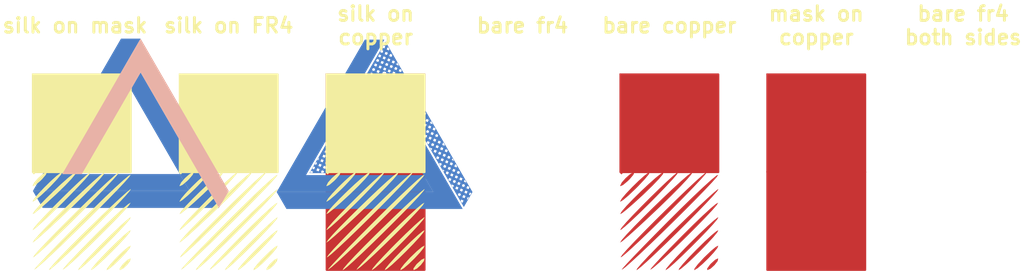
<source format=kicad_pcb>
(kicad_pcb (version 20211014) (generator pcbnew)
  (layers (0 "F.Cu" signal) (31 "B.Cu" signal) (34 "B.Paste" user) (35 "F.Paste" user) (36 "B.SilkS" user "B.Silkscreen") (37 "F.SilkS" user "F.Silkscreen") (38 "B.Mask" user) (39 "F.Mask" user) (44 "Edge.Cuts" user))
  (net 0 "")
  (footprint "LOGO" (layer "F.Cu") (at 205 95)
    (fp_text reference "G***" hide)
    (fp_text value "LOGO" hide)
  )
  (footprint "LOGO" (layer "F.Cu") (at 145 95)
    (fp_text reference "G***" hide)
    (fp_text value "LOGO" hide)
    (fp_poly (pts (xy 4.885012 1.171121) (xy 4.474209 1.666249) (xy 3.858391 2.334398) (xy 3.129687 3.082859) (xy 2.380228 3.81892) (xy 1.702145 4.449871) (xy 1.187568 4.883002) (xy 0.938871 5.027083) (xy 1.005892 4.854277) (xy 1.38742 4.384781) (xy 2.019724 3.691978) (xy 2.770227 2.918361) (xy 3.615315 2.090291) (xy 4.321838 1.439335) (xy 4.810623 1.035721) (xy 4.998669 0.941725)) (layer "F.SilkS") (width 0) (fill solid))
    (fp_poly (pts (xy -3.575678 -4.986789) (xy -3.664926 -4.743438) (xy -4.04498 -4.289422) (xy -4.236093 -4.098398) (xy -4.717164 -3.693127) (xy -4.99765 -3.564445) (xy -5.027083 -3.608545) (xy -4.862826 -3.941568) (xy -4.475746 -4.384488) (xy -4.024384 -4.786755) (xy -3.66728 -4.997821)) (layer "F.SilkS") (width 0) (fill solid))
    (fp_poly (pts (xy 0.775809 -4.779811) (xy 0.324536 -4.253846) (xy -0.385829 -3.487619) (xy -1.295672 -2.545997) (xy -1.993254 -1.84323) (xy -3.007247 -0.847414) (xy -3.877341 -0.022113) (xy -4.542105 0.576774) (xy -4.940105 0.893353) (xy -5.027083 0.917213) (xy -4.852595 0.646597) (xy -4.380332 0.101546) (xy -3.687103 -0.64136) (xy -2.849713 -1.505543) (xy -1.94497 -2.414423) (xy -1.04968 -3.291422) (xy -0.24065 -4.05996) (xy 0.405314 -4.64346) (xy 0.811405 -4.965342) (xy 0.908381 -5.000647)) (layer "F.SilkS") (width 0) (fill solid))
    (fp_poly (pts (xy 4.991452 -4.737103) (xy 4.833084 -4.494346) (xy 4.351348 -3.948005) (xy 3.607207 -3.158239) (xy 2.661625 -2.185201) (xy 1.575567 -1.089049) (xy 0.409997 0.070062) (xy -0.774122 1.231975) (xy -1.915826 2.336536) (xy -2.95415 3.323587) (xy -3.82813 4.132973) (xy -4.476802 4.704539) (xy -4.839203 4.978127) (xy -4.866547 4.990229) (xy -4.766452 4.83717) (xy -4.336457 4.357257) (xy -3.62128 3.597374) (xy -2.665638 2.604405) (xy -1.514249 1.425233) (xy -0.211831 0.106743) (xy -0.132945 0.027331) (xy 1.193223 -1.293377) (xy 2.395392 -2.464033) (xy 3.424853 -3.439347) (xy 4.232892 -4.17403) (xy 4.7708 -4.622792) (xy 4.989866 -4.740344)) (layer "F.SilkS") (width 0) (fill solid))
    (fp_poly (pts (xy -2.11147 -4.764798) (xy -2.528536 -4.261168) (xy -3.169467 -3.578716) (xy -3.446503 -3.300445) (xy -4.158471 -2.624531) (xy -4.703942 -2.161175) (xy -4.998461 -1.979774) (xy -5.027083 -2.001696) (xy -4.857195 -2.300014) (xy -4.419465 -2.817805) (xy -3.821798 -3.448394) (xy -3.172101 -4.085102) (xy -2.578277 -4.621254) (xy -2.148231 -4.950174) (xy -1.99784 -4.996451)) (layer "F.SilkS") (width 0) (fill solid))
    (fp_poly (pts (xy 4.982407 3.835879) (xy 4.930865 4.098147) (xy 4.620274 4.502038) (xy 4.214131 4.870626) (xy 3.881622 5.027083) (xy 3.857621 4.86452) (xy 4.144107 4.463716) (xy 4.232353 4.366668) (xy 4.679161 3.959626) (xy 4.963296 3.825319)) (layer "F.SilkS") (width 0) (fill solid))
    (fp_poly (pts (xy 2.25545 -4.790805) (xy 1.828511 -4.28318) (xy 1.119458 -3.525837) (xy 0.18072 -2.574381) (xy -0.935274 -1.48442) (xy -1.193666 -1.237008) (xy -2.354529 -0.139793) (xy -3.374142 0.803909) (xy -4.195784 1.54326) (xy -4.762738 2.027423) (xy -5.018284 2.205561) (xy -5.027083 2.198899) (xy -4.846854 1.921013) (xy -4.353888 1.359628) (xy -3.619772 0.584556) (xy -2.716091 -0.334395) (xy -1.714431 -1.327414) (xy -0.686378 -2.324691) (xy 0.296482 -3.256415) (xy 1.162565 -4.052777) (xy 1.840283 -4.643967) (xy 2.258053 -4.960175) (xy 2.347846 -4.993107)) (layer "F.SilkS") (width 0) (fill solid))
    (fp_poly (pts (xy 3.677912 -4.784397) (xy 3.206786 -4.252226) (xy 2.457611 -3.454101) (xy 1.480153 -2.442418) (xy 0.324176 -1.269574) (xy -0.560909 -0.384398) (xy -1.806357 0.84206) (xy -2.912715 1.908354) (xy -3.83067 2.768876) (xy -4.510911 3.37802) (xy -4.904124 3.690175) (xy -4.981557 3.704167) (xy -4.778725 3.417006) (xy -4.267856 2.841594) (xy -3.512441 2.040698) (xy -2.575972 1.077084) (xy -1.52194 0.013519) (xy -0.413834 -1.08723) (xy 0.684853 -2.162397) (xy 1.710632 -3.149215) (xy 2.600011 -3.984917) (xy 3.289499 -4.606736) (xy 3.715606 -4.951906) (xy 3.821225 -4.998219)) (layer "F.SilkS") (width 0) (fill solid))
    (fp_poly (pts (xy 4.99463 2.525186) (xy 4.900406 2.764972) (xy 4.524962 3.23421) (xy 3.985319 3.813891) (xy 3.398493 4.385008) (xy 2.881505 4.828553) (xy 2.551373 5.025517) (xy 2.534545 5.027083) (xy 2.571144 4.858149) (xy 2.915065 4.412896) (xy 3.493998 3.783649) (xy 3.565869 3.710264) (xy 4.222954 3.077931) (xy 4.731722 2.652918) (xy 4.988639 2.521101)) (layer "F.SilkS") (width 0) (fill solid))
    (fp_poly (pts (xy 4.877423 -0.155228) (xy 4.449126 0.350969) (xy 3.795536 1.058453) (xy 2.996862 1.886729) (xy 2.133311 2.7553) (xy 1.285092 3.583672) (xy 0.532412 4.291348) (xy -0.04452 4.797833) (xy -0.365496 5.02263) (xy -0.387184 5.027083) (xy -0.305404 4.852362) (xy 0.095973 4.371024) (xy 0.759071 3.647305) (xy 1.626014 2.745442) (xy 2.108021 2.257634) (xy 3.083658 1.295542) (xy 3.926027 0.496769) (xy 4.566973 -0.076537) (xy 4.938344 -0.362233) (xy 5.00022 -0.379641)) (layer "F.SilkS") (width 0) (fill solid))
    (fp_poly (pts (xy 4.979183 -1.863492) (xy 4.824659 -1.615077) (xy 4.356543 -1.077352) (xy 3.647736 -0.32245) (xy 2.771136 0.577494) (xy 1.799643 1.550347) (xy 0.806157 2.523975) (xy -0.136421 3.426244) (xy -0.955193 4.185021) (xy -1.577258 4.728172) (xy -1.929718 4.983563) (xy -1.947712 4.99062) (xy -1.865934 4.843889) (xy -1.46053 4.378534) (xy -0.782681 3.649476) (xy 0.11643 2.711635) (xy 1.185619 1.619932) (xy 1.321996 1.48213) (xy 2.430558 0.380231) (xy 3.407916 -0.558843) (xy 4.196239 -1.282186) (xy 4.737691 -1.736892) (xy 4.974441 -1.870054)) (layer "F.SilkS") (width 0) (fill solid))
    (fp_poly (pts (xy 4.881722 -3.055304) (xy 4.429752 -2.536536) (xy 3.723504 -1.782585) (xy 2.827927 -0.857813) (xy 1.807968 0.173417) (xy 0.728575 1.246745) (xy -0.345302 2.297809) (xy -1.348716 3.262247) (xy -2.216719 4.075697) (xy -2.884362 4.673798) (xy -3.286698 4.992187) (xy -3.3628 5.027083) (xy -3.277282 4.851959) (xy -2.859286 4.360831) (xy -2.157199 3.605067) (xy -1.219406 2.636035) (xy -0.094291 1.505102) (xy 0.602748 0.817082) (xy 1.835635 -0.382348) (xy 2.940566 -1.438428) (xy 3.863006 -2.30058) (xy 4.54842 -2.918226) (xy 4.942272 -3.240789) (xy 5.014466 -3.274529)) (layer "F.SilkS") (width 0) (fill solid))
    (fp_poly (pts (xy -0.584152 -4.992501) (xy -0.661591 -4.787343) (xy -1.066657 -4.298623) (xy -1.734578 -3.597796) (xy -2.600578 -2.756316) (xy -2.672276 -2.688995) (xy -3.57016 -1.865221) (xy -4.31029 -1.219111) (xy -4.819815 -0.811863) (xy -5.025889 -0.704672) (xy -5.027083 -0.710827) (xy -4.84797 -1.008242) (xy -4.373311 -1.554824) (xy -3.697132 -2.259962) (xy -2.913458 -3.033043) (xy -2.116315 -3.783455) (xy -1.399725 -4.420587) (xy -0.857715 -4.853825) (xy -0.584309 -4.992558)) (layer "F.SilkS") (width 0) (fill solid))
    (fp_poly (pts (xy -4.7625 -4.894792) (xy -4.894792 -4.7625) (xy -5.027083 -4.894792) (xy -4.894792 -5.027083)) (layer "F.SilkS") (width 0) (fill solid))
  )
  (footprint "LOGO" (layer "F.Cu") (at 190 95)
    (fp_text reference "G***" hide)
    (fp_text value "LOGO" hide)
  )
  (footprint "LOGO" (layer "F.Cu") (at 175 95)
    (fp_text reference "G***" hide)
    (fp_text value "LOGO" hide)
    (fp_poly (pts (xy 4.881722 -3.055304) (xy 4.429752 -2.536536) (xy 3.723504 -1.782585) (xy 2.827927 -0.857813) (xy 1.807968 0.173417) (xy 0.728575 1.246745) (xy -0.345302 2.297809) (xy -1.348716 3.262247) (xy -2.216719 4.075697) (xy -2.884362 4.673798) (xy -3.286698 4.992187) (xy -3.3628 5.027083) (xy -3.277282 4.851959) (xy -2.859286 4.360831) (xy -2.157199 3.605067) (xy -1.219406 2.636035) (xy -0.094291 1.505102) (xy 0.602748 0.817082) (xy 1.835635 -0.382348) (xy 2.940566 -1.438428) (xy 3.863006 -2.30058) (xy 4.54842 -2.918226) (xy 4.942272 -3.240789) (xy 5.014466 -3.274529)) (layer "F.Cu") (width 0) (fill solid))
    (fp_poly (pts (xy 0.775809 -4.779811) (xy 0.324536 -4.253846) (xy -0.385829 -3.487619) (xy -1.295672 -2.545997) (xy -1.993254 -1.84323) (xy -3.007247 -0.847414) (xy -3.877341 -0.022113) (xy -4.542105 0.576774) (xy -4.940105 0.893353) (xy -5.027083 0.917213) (xy -4.852595 0.646597) (xy -4.380332 0.101546) (xy -3.687103 -0.64136) (xy -2.849713 -1.505543) (xy -1.94497 -2.414423) (xy -1.04968 -3.291422) (xy -0.24065 -4.05996) (xy 0.405314 -4.64346) (xy 0.811405 -4.965342) (xy 0.908381 -5.000647)) (layer "F.Cu") (width 0) (fill solid))
    (fp_poly (pts (xy 4.99463 2.525186) (xy 4.900406 2.764972) (xy 4.524962 3.23421) (xy 3.985319 3.813891) (xy 3.398493 4.385008) (xy 2.881505 4.828553) (xy 2.551373 5.025517) (xy 2.534545 5.027083) (xy 2.571144 4.858149) (xy 2.915065 4.412896) (xy 3.493998 3.783649) (xy 3.565869 3.710264) (xy 4.222954 3.077931) (xy 4.731722 2.652918) (xy 4.988639 2.521101)) (layer "F.Cu") (width 0) (fill solid))
    (fp_poly (pts (xy 4.991452 -4.737103) (xy 4.833084 -4.494346) (xy 4.351348 -3.948005) (xy 3.607207 -3.158239) (xy 2.661625 -2.185201) (xy 1.575567 -1.089049) (xy 0.409997 0.070062) (xy -0.774122 1.231975) (xy -1.915826 2.336536) (xy -2.95415 3.323587) (xy -3.82813 4.132973) (xy -4.476802 4.704539) (xy -4.839203 4.978127) (xy -4.866547 4.990229) (xy -4.766452 4.83717) (xy -4.336457 4.357257) (xy -3.62128 3.597374) (xy -2.665638 2.604405) (xy -1.514249 1.425233) (xy -0.211831 0.106743) (xy -0.132945 0.027331) (xy 1.193223 -1.293377) (xy 2.395392 -2.464033) (xy 3.424853 -3.439347) (xy 4.232892 -4.17403) (xy 4.7708 -4.622792) (xy 4.989866 -4.740344)) (layer "F.Cu") (width 0) (fill solid))
    (fp_poly (pts (xy 4.979183 -1.863492) (xy 4.824659 -1.615077) (xy 4.356543 -1.077352) (xy 3.647736 -0.32245) (xy 2.771136 0.577494) (xy 1.799643 1.550347) (xy 0.806157 2.523975) (xy -0.136421 3.426244) (xy -0.955193 4.185021) (xy -1.577258 4.728172) (xy -1.929718 4.983563) (xy -1.947712 4.99062) (xy -1.865934 4.843889) (xy -1.46053 4.378534) (xy -0.782681 3.649476) (xy 0.11643 2.711635) (xy 1.185619 1.619932) (xy 1.321996 1.48213) (xy 2.430558 0.380231) (xy 3.407916 -0.558843) (xy 4.196239 -1.282186) (xy 4.737691 -1.736892) (xy 4.974441 -1.870054)) (layer "F.Cu") (width 0) (fill solid))
    (fp_poly (pts (xy -3.575678 -4.986789) (xy -3.664926 -4.743438) (xy -4.04498 -4.289422) (xy -4.236093 -4.098398) (xy -4.717164 -3.693127) (xy -4.99765 -3.564445) (xy -5.027083 -3.608545) (xy -4.862826 -3.941568) (xy -4.475746 -4.384488) (xy -4.024384 -4.786755) (xy -3.66728 -4.997821)) (layer "F.Cu") (width 0) (fill solid))
    (fp_poly (pts (xy 4.982407 3.835879) (xy 4.930865 4.098147) (xy 4.620274 4.502038) (xy 4.214131 4.870626) (xy 3.881622 5.027083) (xy 3.857621 4.86452) (xy 4.144107 4.463716) (xy 4.232353 4.366668) (xy 4.679161 3.959626) (xy 4.963296 3.825319)) (layer "F.Cu") (width 0) (fill solid))
    (fp_poly (pts (xy 4.885012 1.171121) (xy 4.474209 1.666249) (xy 3.858391 2.334398) (xy 3.129687 3.082859) (xy 2.380228 3.81892) (xy 1.702145 4.449871) (xy 1.187568 4.883002) (xy 0.938871 5.027083) (xy 1.005892 4.854277) (xy 1.38742 4.384781) (xy 2.019724 3.691978) (xy 2.770227 2.918361) (xy 3.615315 2.090291) (xy 4.321838 1.439335) (xy 4.810623 1.035721) (xy 4.998669 0.941725)) (layer "F.Cu") (width 0) (fill solid))
    (fp_poly (pts (xy -4.7625 -4.894792) (xy -4.894792 -4.7625) (xy -5.027083 -4.894792) (xy -4.894792 -5.027083)) (layer "F.Cu") (width 0) (fill solid))
    (fp_poly (pts (xy 3.677912 -4.784397) (xy 3.206786 -4.252226) (xy 2.457611 -3.454101) (xy 1.480153 -2.442418) (xy 0.324176 -1.269574) (xy -0.560909 -0.384398) (xy -1.806357 0.84206) (xy -2.912715 1.908354) (xy -3.83067 2.768876) (xy -4.510911 3.37802) (xy -4.904124 3.690175) (xy -4.981557 3.704167) (xy -4.778725 3.417006) (xy -4.267856 2.841594) (xy -3.512441 2.040698) (xy -2.575972 1.077084) (xy -1.52194 0.013519) (xy -0.413834 -1.08723) (xy 0.684853 -2.162397) (xy 1.710632 -3.149215) (xy 2.600011 -3.984917) (xy 3.289499 -4.606736) (xy 3.715606 -4.951906) (xy 3.821225 -4.998219)) (layer "F.Cu") (width 0) (fill solid))
    (fp_poly (pts (xy 4.877423 -0.155228) (xy 4.449126 0.350969) (xy 3.795536 1.058453) (xy 2.996862 1.886729) (xy 2.133311 2.7553) (xy 1.285092 3.583672) (xy 0.532412 4.291348) (xy -0.04452 4.797833) (xy -0.365496 5.02263) (xy -0.387184 5.027083) (xy -0.305404 4.852362) (xy 0.095973 4.371024) (xy 0.759071 3.647305) (xy 1.626014 2.745442) (xy 2.108021 2.257634) (xy 3.083658 1.295542) (xy 3.926027 0.496769) (xy 4.566973 -0.076537) (xy 4.938344 -0.362233) (xy 5.00022 -0.379641)) (layer "F.Cu") (width 0) (fill solid))
    (fp_poly (pts (xy 2.25545 -4.790805) (xy 1.828511 -4.28318) (xy 1.119458 -3.525837) (xy 0.18072 -2.574381) (xy -0.935274 -1.48442) (xy -1.193666 -1.237008) (xy -2.354529 -0.139793) (xy -3.374142 0.803909) (xy -4.195784 1.54326) (xy -4.762738 2.027423) (xy -5.018284 2.205561) (xy -5.027083 2.198899) (xy -4.846854 1.921013) (xy -4.353888 1.359628) (xy -3.619772 0.584556) (xy -2.716091 -0.334395) (xy -1.714431 -1.327414) (xy -0.686378 -2.324691) (xy 0.296482 -3.256415) (xy 1.162565 -4.052777) (xy 1.840283 -4.643967) (xy 2.258053 -4.960175) (xy 2.347846 -4.993107)) (layer "F.Cu") (width 0) (fill solid))
    (fp_poly (pts (xy -0.584152 -4.992501) (xy -0.661591 -4.787343) (xy -1.066657 -4.298623) (xy -1.734578 -3.597796) (xy -2.600578 -2.756316) (xy -2.672276 -2.688995) (xy -3.57016 -1.865221) (xy -4.31029 -1.219111) (xy -4.819815 -0.811863) (xy -5.025889 -0.704672) (xy -5.027083 -0.710827) (xy -4.84797 -1.008242) (xy -4.373311 -1.554824) (xy -3.697132 -2.259962) (xy -2.913458 -3.033043) (xy -2.116315 -3.783455) (xy -1.399725 -4.420587) (xy -0.857715 -4.853825) (xy -0.584309 -4.992558)) (layer "F.Cu") (width 0) (fill solid))
    (fp_poly (pts (xy -2.11147 -4.764798) (xy -2.528536 -4.261168) (xy -3.169467 -3.578716) (xy -3.446503 -3.300445) (xy -4.158471 -2.624531) (xy -4.703942 -2.161175) (xy -4.998461 -1.979774) (xy -5.027083 -2.001696) (xy -4.857195 -2.300014) (xy -4.419465 -2.817805) (xy -3.821798 -3.448394) (xy -3.172101 -4.085102) (xy -2.578277 -4.621254) (xy -2.148231 -4.950174) (xy -1.99784 -4.996451)) (layer "F.Cu") (width 0) (fill solid))
  )
  (footprint "LOGO" (layer "F.Cu") (at 160 95)
    (fp_text reference "G***" hide)
    (fp_text value "LOGO" hide)
  )
  (footprint "LOGO" (layer "F.Cu") (at 130 95)
    (fp_text reference "G***" hide)
    (fp_text value "LOGO" hide)
    (fp_poly (pts (xy 4.877423 -0.155228) (xy 4.449126 0.350969) (xy 3.795536 1.058453) (xy 2.996862 1.886729) (xy 2.133311 2.7553) (xy 1.285092 3.583672) (xy 0.532412 4.291348) (xy -0.04452 4.797833) (xy -0.365496 5.02263) (xy -0.387184 5.027083) (xy -0.305404 4.852362) (xy 0.095973 4.371024) (xy 0.759071 3.647305) (xy 1.626014 2.745442) (xy 2.108021 2.257634) (xy 3.083658 1.295542) (xy 3.926027 0.496769) (xy 4.566973 -0.076537) (xy 4.938344 -0.362233) (xy 5.00022 -0.379641)) (layer "F.SilkS") (width 0) (fill solid))
    (fp_poly (pts (xy 4.885012 1.171121) (xy 4.474209 1.666249) (xy 3.858391 2.334398) (xy 3.129687 3.082859) (xy 2.380228 3.81892) (xy 1.702145 4.449871) (xy 1.187568 4.883002) (xy 0.938871 5.027083) (xy 1.005892 4.854277) (xy 1.38742 4.384781) (xy 2.019724 3.691978) (xy 2.770227 2.918361) (xy 3.615315 2.090291) (xy 4.321838 1.439335) (xy 4.810623 1.035721) (xy 4.998669 0.941725)) (layer "F.SilkS") (width 0) (fill solid))
    (fp_poly (pts (xy 4.979183 -1.863492) (xy 4.824659 -1.615077) (xy 4.356543 -1.077352) (xy 3.647736 -0.32245) (xy 2.771136 0.577494) (xy 1.799643 1.550347) (xy 0.806157 2.523975) (xy -0.136421 3.426244) (xy -0.955193 4.185021) (xy -1.577258 4.728172) (xy -1.929718 4.983563) (xy -1.947712 4.99062) (xy -1.865934 4.843889) (xy -1.46053 4.378534) (xy -0.782681 3.649476) (xy 0.11643 2.711635) (xy 1.185619 1.619932) (xy 1.321996 1.48213) (xy 2.430558 0.380231) (xy 3.407916 -0.558843) (xy 4.196239 -1.282186) (xy 4.737691 -1.736892) (xy 4.974441 -1.870054)) (layer "F.SilkS") (width 0) (fill solid))
    (fp_poly (pts (xy 4.881722 -3.055304) (xy 4.429752 -2.536536) (xy 3.723504 -1.782585) (xy 2.827927 -0.857813) (xy 1.807968 0.173417) (xy 0.728575 1.246745) (xy -0.345302 2.297809) (xy -1.348716 3.262247) (xy -2.216719 4.075697) (xy -2.884362 4.673798) (xy -3.286698 4.992187) (xy -3.3628 5.027083) (xy -3.277282 4.851959) (xy -2.859286 4.360831) (xy -2.157199 3.605067) (xy -1.219406 2.636035) (xy -0.094291 1.505102) (xy 0.602748 0.817082) (xy 1.835635 -0.382348) (xy 2.940566 -1.438428) (xy 3.863006 -2.30058) (xy 4.54842 -2.918226) (xy 4.942272 -3.240789) (xy 5.014466 -3.274529)) (layer "F.SilkS") (width 0) (fill solid))
    (fp_poly (pts (xy 0.775809 -4.779811) (xy 0.324536 -4.253846) (xy -0.385829 -3.487619) (xy -1.295672 -2.545997) (xy -1.993254 -1.84323) (xy -3.007247 -0.847414) (xy -3.877341 -0.022113) (xy -4.542105 0.576774) (xy -4.940105 0.893353) (xy -5.027083 0.917213) (xy -4.852595 0.646597) (xy -4.380332 0.101546) (xy -3.687103 -0.64136) (xy -2.849713 -1.505543) (xy -1.94497 -2.414423) (xy -1.04968 -3.291422) (xy -0.24065 -4.05996) (xy 0.405314 -4.64346) (xy 0.811405 -4.965342) (xy 0.908381 -5.000647)) (layer "F.SilkS") (width 0) (fill solid))
    (fp_poly (pts (xy -3.575678 -4.986789) (xy -3.664926 -4.743438) (xy -4.04498 -4.289422) (xy -4.236093 -4.098398) (xy -4.717164 -3.693127) (xy -4.99765 -3.564445) (xy -5.027083 -3.608545) (xy -4.862826 -3.941568) (xy -4.475746 -4.384488) (xy -4.024384 -4.786755) (xy -3.66728 -4.997821)) (layer "F.SilkS") (width 0) (fill solid))
    (fp_poly (pts (xy 4.982407 3.835879) (xy 4.930865 4.098147) (xy 4.620274 4.502038) (xy 4.214131 4.870626) (xy 3.881622 5.027083) (xy 3.857621 4.86452) (xy 4.144107 4.463716) (xy 4.232353 4.366668) (xy 4.679161 3.959626) (xy 4.963296 3.825319)) (layer "F.SilkS") (width 0) (fill solid))
    (fp_poly (pts (xy 4.991452 -4.737103) (xy 4.833084 -4.494346) (xy 4.351348 -3.948005) (xy 3.607207 -3.158239) (xy 2.661625 -2.185201) (xy 1.575567 -1.089049) (xy 0.409997 0.070062) (xy -0.774122 1.231975) (xy -1.915826 2.336536) (xy -2.95415 3.323587) (xy -3.82813 4.132973) (xy -4.476802 4.704539) (xy -4.839203 4.978127) (xy -4.866547 4.990229) (xy -4.766452 4.83717) (xy -4.336457 4.357257) (xy -3.62128 3.597374) (xy -2.665638 2.604405) (xy -1.514249 1.425233) (xy -0.211831 0.106743) (xy -0.132945 0.027331) (xy 1.193223 -1.293377) (xy 2.395392 -2.464033) (xy 3.424853 -3.439347) (xy 4.232892 -4.17403) (xy 4.7708 -4.622792) (xy 4.989866 -4.740344)) (layer "F.SilkS") (width 0) (fill solid))
    (fp_poly (pts (xy 3.677912 -4.784397) (xy 3.206786 -4.252226) (xy 2.457611 -3.454101) (xy 1.480153 -2.442418) (xy 0.324176 -1.269574) (xy -0.560909 -0.384398) (xy -1.806357 0.84206) (xy -2.912715 1.908354) (xy -3.83067 2.768876) (xy -4.510911 3.37802) (xy -4.904124 3.690175) (xy -4.981557 3.704167) (xy -4.778725 3.417006) (xy -4.267856 2.841594) (xy -3.512441 2.040698) (xy -2.575972 1.077084) (xy -1.52194 0.013519) (xy -0.413834 -1.08723) (xy 0.684853 -2.162397) (xy 1.710632 -3.149215) (xy 2.600011 -3.984917) (xy 3.289499 -4.606736) (xy 3.715606 -4.951906) (xy 3.821225 -4.998219)) (layer "F.SilkS") (width 0) (fill solid))
    (fp_poly (pts (xy -4.7625 -4.894792) (xy -4.894792 -4.7625) (xy -5.027083 -4.894792) (xy -4.894792 -5.027083)) (layer "F.SilkS") (width 0) (fill solid))
    (fp_poly (pts (xy 2.25545 -4.790805) (xy 1.828511 -4.28318) (xy 1.119458 -3.525837) (xy 0.18072 -2.574381) (xy -0.935274 -1.48442) (xy -1.193666 -1.237008) (xy -2.354529 -0.139793) (xy -3.374142 0.803909) (xy -4.195784 1.54326) (xy -4.762738 2.027423) (xy -5.018284 2.205561) (xy -5.027083 2.198899) (xy -4.846854 1.921013) (xy -4.353888 1.359628) (xy -3.619772 0.584556) (xy -2.716091 -0.334395) (xy -1.714431 -1.327414) (xy -0.686378 -2.324691) (xy 0.296482 -3.256415) (xy 1.162565 -4.052777) (xy 1.840283 -4.643967) (xy 2.258053 -4.960175) (xy 2.347846 -4.993107)) (layer "F.SilkS") (width 0) (fill solid))
    (fp_poly (pts (xy -0.584152 -4.992501) (xy -0.661591 -4.787343) (xy -1.066657 -4.298623) (xy -1.734578 -3.597796) (xy -2.600578 -2.756316) (xy -2.672276 -2.688995) (xy -3.57016 -1.865221) (xy -4.31029 -1.219111) (xy -4.819815 -0.811863) (xy -5.025889 -0.704672) (xy -5.027083 -0.710827) (xy -4.84797 -1.008242) (xy -4.373311 -1.554824) (xy -3.697132 -2.259962) (xy -2.913458 -3.033043) (xy -2.116315 -3.783455) (xy -1.399725 -4.420587) (xy -0.857715 -4.853825) (xy -0.584309 -4.992558)) (layer "F.SilkS") (width 0) (fill solid))
    (fp_poly (pts (xy -2.11147 -4.764798) (xy -2.528536 -4.261168) (xy -3.169467 -3.578716) (xy -3.446503 -3.300445) (xy -4.158471 -2.624531) (xy -4.703942 -2.161175) (xy -4.998461 -1.979774) (xy -5.027083 -2.001696) (xy -4.857195 -2.300014) (xy -4.419465 -2.817805) (xy -3.821798 -3.448394) (xy -3.172101 -4.085102) (xy -2.578277 -4.621254) (xy -2.148231 -4.950174) (xy -1.99784 -4.996451)) (layer "F.SilkS") (width 0) (fill solid))
    (fp_poly (pts (xy 4.99463 2.525186) (xy 4.900406 2.764972) (xy 4.524962 3.23421) (xy 3.985319 3.813891) (xy 3.398493 4.385008) (xy 2.881505 4.828553) (xy 2.551373 5.025517) (xy 2.534545 5.027083) (xy 2.571144 4.858149) (xy 2.915065 4.412896) (xy 3.493998 3.783649) (xy 3.565869 3.710264) (xy 4.222954 3.077931) (xy 4.731722 2.652918) (xy 4.988639 2.521101)) (layer "F.SilkS") (width 0) (fill solid))
  )
  (footprint "LOGO" (layer "F.Cu") (at 115 95)
    (fp_text reference "G***" hide)
    (fp_text value "LOGO" hide)
    (fp_poly (pts (xy 4.979183 -1.863492) (xy 4.824659 -1.615077) (xy 4.356543 -1.077352) (xy 3.647736 -0.32245) (xy 2.771136 0.577494) (xy 1.799643 1.550347) (xy 0.806157 2.523975) (xy -0.136421 3.426244) (xy -0.955193 4.185021) (xy -1.577258 4.728172) (xy -1.929718 4.983563) (xy -1.947712 4.99062) (xy -1.865934 4.843889) (xy -1.46053 4.378534) (xy -0.782681 3.649476) (xy 0.11643 2.711635) (xy 1.185619 1.619932) (xy 1.321996 1.48213) (xy 2.430558 0.380231) (xy 3.407916 -0.558843) (xy 4.196239 -1.282186) (xy 4.737691 -1.736892) (xy 4.974441 -1.870054)) (layer "F.SilkS") (width 0) (fill solid))
    (fp_poly (pts (xy 4.881722 -3.055304) (xy 4.429752 -2.536536) (xy 3.723504 -1.782585) (xy 2.827927 -0.857813) (xy 1.807968 0.173417) (xy 0.728575 1.246745) (xy -0.345302 2.297809) (xy -1.348716 3.262247) (xy -2.216719 4.075697) (xy -2.884362 4.673798) (xy -3.286698 4.992187) (xy -3.3628 5.027083) (xy -3.277282 4.851959) (xy -2.859286 4.360831) (xy -2.157199 3.605067) (xy -1.219406 2.636035) (xy -0.094291 1.505102) (xy 0.602748 0.817082) (xy 1.835635 -0.382348) (xy 2.940566 -1.438428) (xy 3.863006 -2.30058) (xy 4.54842 -2.918226) (xy 4.942272 -3.240789) (xy 5.014466 -3.274529)) (layer "F.SilkS") (width 0) (fill solid))
    (fp_poly (pts (xy 0.775809 -4.779811) (xy 0.324536 -4.253846) (xy -0.385829 -3.487619) (xy -1.295672 -2.545997) (xy -1.993254 -1.84323) (xy -3.007247 -0.847414) (xy -3.877341 -0.022113) (xy -4.542105 0.576774) (xy -4.940105 0.893353) (xy -5.027083 0.917213) (xy -4.852595 0.646597) (xy -4.380332 0.101546) (xy -3.687103 -0.64136) (xy -2.849713 -1.505543) (xy -1.94497 -2.414423) (xy -1.04968 -3.291422) (xy -0.24065 -4.05996) (xy 0.405314 -4.64346) (xy 0.811405 -4.965342) (xy 0.908381 -5.000647)) (layer "F.SilkS") (width 0) (fill solid))
    (fp_poly (pts (xy 2.25545 -4.790805) (xy 1.828511 -4.28318) (xy 1.119458 -3.525837) (xy 0.18072 -2.574381) (xy -0.935274 -1.48442) (xy -1.193666 -1.237008) (xy -2.354529 -0.139793) (xy -3.374142 0.803909) (xy -4.195784 1.54326) (xy -4.762738 2.027423) (xy -5.018284 2.205561) (xy -5.027083 2.198899) (xy -4.846854 1.921013) (xy -4.353888 1.359628) (xy -3.619772 0.584556) (xy -2.716091 -0.334395) (xy -1.714431 -1.327414) (xy -0.686378 -2.324691) (xy 0.296482 -3.256415) (xy 1.162565 -4.052777) (xy 1.840283 -4.643967) (xy 2.258053 -4.960175) (xy 2.347846 -4.993107)) (layer "F.SilkS") (width 0) (fill solid))
    (fp_poly (pts (xy 4.885012 1.171121) (xy 4.474209 1.666249) (xy 3.858391 2.334398) (xy 3.129687 3.082859) (xy 2.380228 3.81892) (xy 1.702145 4.449871) (xy 1.187568 4.883002) (xy 0.938871 5.027083) (xy 1.005892 4.854277) (xy 1.38742 4.384781) (xy 2.019724 3.691978) (xy 2.770227 2.918361) (xy 3.615315 2.090291) (xy 4.321838 1.439335) (xy 4.810623 1.035721) (xy 4.998669 0.941725)) (layer "F.SilkS") (width 0) (fill solid))
    (fp_poly (pts (xy -3.575678 -4.986789) (xy -3.664926 -4.743438) (xy -4.04498 -4.289422) (xy -4.236093 -4.098398) (xy -4.717164 -3.693127) (xy -4.99765 -3.564445) (xy -5.027083 -3.608545) (xy -4.862826 -3.941568) (xy -4.475746 -4.384488) (xy -4.024384 -4.786755) (xy -3.66728 -4.997821)) (layer "F.SilkS") (width 0) (fill solid))
    (fp_poly (pts (xy 3.677912 -4.784397) (xy 3.206786 -4.252226) (xy 2.457611 -3.454101) (xy 1.480153 -2.442418) (xy 0.324176 -1.269574) (xy -0.560909 -0.384398) (xy -1.806357 0.84206) (xy -2.912715 1.908354) (xy -3.83067 2.768876) (xy -4.510911 3.37802) (xy -4.904124 3.690175) (xy -4.981557 3.704167) (xy -4.778725 3.417006) (xy -4.267856 2.841594) (xy -3.512441 2.040698) (xy -2.575972 1.077084) (xy -1.52194 0.013519) (xy -0.413834 -1.08723) (xy 0.684853 -2.162397) (xy 1.710632 -3.149215) (xy 2.600011 -3.984917) (xy 3.289499 -4.606736) (xy 3.715606 -4.951906) (xy 3.821225 -4.998219)) (layer "F.SilkS") (width 0) (fill solid))
    (fp_poly (pts (xy 4.991452 -4.737103) (xy 4.833084 -4.494346) (xy 4.351348 -3.948005) (xy 3.607207 -3.158239) (xy 2.661625 -2.185201) (xy 1.575567 -1.089049) (xy 0.409997 0.070062) (xy -0.774122 1.231975) (xy -1.915826 2.336536) (xy -2.95415 3.323587) (xy -3.82813 4.132973) (xy -4.476802 4.704539) (xy -4.839203 4.978127) (xy -4.866547 4.990229) (xy -4.766452 4.83717) (xy -4.336457 4.357257) (xy -3.62128 3.597374) (xy -2.665638 2.604405) (xy -1.514249 1.425233) (xy -0.211831 0.106743) (xy -0.132945 0.027331) (xy 1.193223 -1.293377) (xy 2.395392 -2.464033) (xy 3.424853 -3.439347) (xy 4.232892 -4.17403) (xy 4.7708 -4.622792) (xy 4.989866 -4.740344)) (layer "F.SilkS") (width 0) (fill solid))
    (fp_poly (pts (xy 4.99463 2.525186) (xy 4.900406 2.764972) (xy 4.524962 3.23421) (xy 3.985319 3.813891) (xy 3.398493 4.385008) (xy 2.881505 4.828553) (xy 2.551373 5.025517) (xy 2.534545 5.027083) (xy 2.571144 4.858149) (xy 2.915065 4.412896) (xy 3.493998 3.783649) (xy 3.565869 3.710264) (xy 4.222954 3.077931) (xy 4.731722 2.652918) (xy 4.988639 2.521101)) (layer "F.SilkS") (width 0) (fill solid))
    (fp_poly (pts (xy -0.584152 -4.992501) (xy -0.661591 -4.787343) (xy -1.066657 -4.298623) (xy -1.734578 -3.597796) (xy -2.600578 -2.756316) (xy -2.672276 -2.688995) (xy -3.57016 -1.865221) (xy -4.31029 -1.219111) (xy -4.819815 -0.811863) (xy -5.025889 -0.704672) (xy -5.027083 -0.710827) (xy -4.84797 -1.008242) (xy -4.373311 -1.554824) (xy -3.697132 -2.259962) (xy -2.913458 -3.033043) (xy -2.116315 -3.783455) (xy -1.399725 -4.420587) (xy -0.857715 -4.853825) (xy -0.584309 -4.992558)) (layer "F.SilkS") (width 0) (fill solid))
    (fp_poly (pts (xy -2.11147 -4.764798) (xy -2.528536 -4.261168) (xy -3.169467 -3.578716) (xy -3.446503 -3.300445) (xy -4.158471 -2.624531) (xy -4.703942 -2.161175) (xy -4.998461 -1.979774) (xy -5.027083 -2.001696) (xy -4.857195 -2.300014) (xy -4.419465 -2.817805) (xy -3.821798 -3.448394) (xy -3.172101 -4.085102) (xy -2.578277 -4.621254) (xy -2.148231 -4.950174) (xy -1.99784 -4.996451)) (layer "F.SilkS") (width 0) (fill solid))
    (fp_poly (pts (xy 4.982407 3.835879) (xy 4.930865 4.098147) (xy 4.620274 4.502038) (xy 4.214131 4.870626) (xy 3.881622 5.027083) (xy 3.857621 4.86452) (xy 4.144107 4.463716) (xy 4.232353 4.366668) (xy 4.679161 3.959626) (xy 4.963296 3.825319)) (layer "F.SilkS") (width 0) (fill solid))
    (fp_poly (pts (xy 4.877423 -0.155228) (xy 4.449126 0.350969) (xy 3.795536 1.058453) (xy 2.996862 1.886729) (xy 2.133311 2.7553) (xy 1.285092 3.583672) (xy 0.532412 4.291348) (xy -0.04452 4.797833) (xy -0.365496 5.02263) (xy -0.387184 5.027083) (xy -0.305404 4.852362) (xy 0.095973 4.371024) (xy 0.759071 3.647305) (xy 1.626014 2.745442) (xy 2.108021 2.257634) (xy 3.083658 1.295542) (xy 3.926027 0.496769) (xy 4.566973 -0.076537) (xy 4.938344 -0.362233) (xy 5.00022 -0.379641)) (layer "F.SilkS") (width 0) (fill solid))
    (fp_poly (pts (xy -4.7625 -4.894792) (xy -4.894792 -4.7625) (xy -5.027083 -4.894792) (xy -4.894792 -5.027083)) (layer "F.SilkS") (width 0) (fill solid))
  )
  (footprint "MyLibrary:penrose" (layer "B.Cu") (at 120 85 180)
    (fp_text reference "svg2mod" hide)
    (fp_text value "G***" hide)
    (fp_poly (pts (xy 0 3.464102) (xy -1 5.196152) (xy -9 -8.660254) (xy 9 -8.660254) (xy 10 -6.928203) (xy -6 -6.928203) (xy 0 3.464102)) (layer "B.Cu") (width 0) (fill solid))
    (fp_poly (pts (xy -1 8.660254) (xy 1 8.660254) (xy 10 -6.928203) (xy -6 -6.928203) (xy -5 -5.196152) (xy 7 -5.196152) (xy -1 8.660254)) (layer "B.Cu") (width 0) (fill solid))
    (fp_poly (pts (xy -9 -8.660254) (xy -10 -6.928203) (xy -1 8.660254) (xy 7 -5.196152) (xy 5 -5.196152) (xy -1 5.196152) (xy -9 -8.660254)) (layer "B.SilkS") (width 0) (fill solid))
  )
  (footprint "MyLibrary:penrose2" (layer "B.Cu") (at 145 85 180)
    (fp_text reference "svg2mod" hide)
    (fp_text value "G***" hide)
    (fp_poly (pts (xy 0.106 3.358102) (xy -0.894 5.090153) (xy -8.894 -8.766254) (xy 9.106 -8.766254) (xy 10.106 -7.034203) (xy -5.894 -7.034203) (xy 0.106 3.358102)) (layer "B.Cu") (width 0) (fill solid))
    (fp_poly (pts (xy -0.894 8.554254) (xy 1.106 8.554254) (xy 10.106 -7.034203) (xy -5.894 -7.034203) (xy -4.894 -5.302152) (xy 7.106 -5.302152) (xy -0.894 8.554254)) (layer "B.Cu") (width 0) (fill solid))
  )
  (gr_rect (start 185 90) (end 195 100) (layer "F.Cu") (width 0.2) (fill solid))
  (gr_rect (start 170 80) (end 180 90) (layer "F.Cu") (width 0.2) (fill solid))
  (gr_rect (start 185 80) (end 195 90) (layer "F.Cu") (width 0.2) (fill solid))
  (gr_rect (start 140 80) (end 150 90) (layer "F.Cu") (width 0.2) (fill solid))
  (gr_rect (start 140 90) (end 150 100) (layer "F.Cu") (width 0.2) (fill solid))
  (gr_rect (start 125 80) (end 135 90) (layer "F.SilkS") (width 0.2) (fill solid))
  (gr_rect (start 110 80) (end 120 90) (layer "F.SilkS") (width 0.2) (fill solid))
  (gr_rect (start 140 80) (end 150 90) (layer "F.SilkS") (width 0.2) (fill solid))
  (gr_text "silk on\ncopper" (at 145 75) (layer "F.SilkS") (effects (font (size 1.5 1.5) (thickness 0.3))))
  (gr_text "bare fr4\nboth sides" (at 205 75) (layer "F.SilkS") (effects (font (size 1.5 1.5) (thickness 0.3))))
  (gr_text "bare copper" (at 175 75) (layer "F.SilkS") (effects (font (size 1.5 1.5) (thickness 0.3))))
  (gr_text "bare fr4" (at 160 75) (layer "F.SilkS") (effects (font (size 1.5 1.5) (thickness 0.3))))
  (gr_text "silk on FR4" (at 130 75) (layer "F.SilkS") (effects (font (size 1.5 1.5) (thickness 0.3))))
  (gr_text "mask on\ncopper" (at 190 75) (layer "F.SilkS") (effects (font (size 1.5 1.5) (thickness 0.3))))
  (gr_text "silk on mask" (at 114.3 75) (layer "F.SilkS") (effects (font (size 1.5 1.5) (thickness 0.3))))
  (zone (net 0) (net_name "") (layer "B.Cu") (connect_pads no (clearance 0)) (min_thickness 0.0254) (fill yes (mode hatch) (thermal_gap 0.508) (thermal_bridge_width 0.508) (hatch_thickness 0.254) (hatch_gap 0.254) (hatch_orientation 66) (hatch_border_algorithm min_thickness) (hatch_min_hole_area 0.3))
    (polygon (pts (xy 153.894 93.766254) (xy 154.894 92.034203) (xy 145.894 76.445746) (xy 137.894 90.302152) (xy 139.894 90.302152) (xy 145.894 79.909847)))
  )
)
</source>
